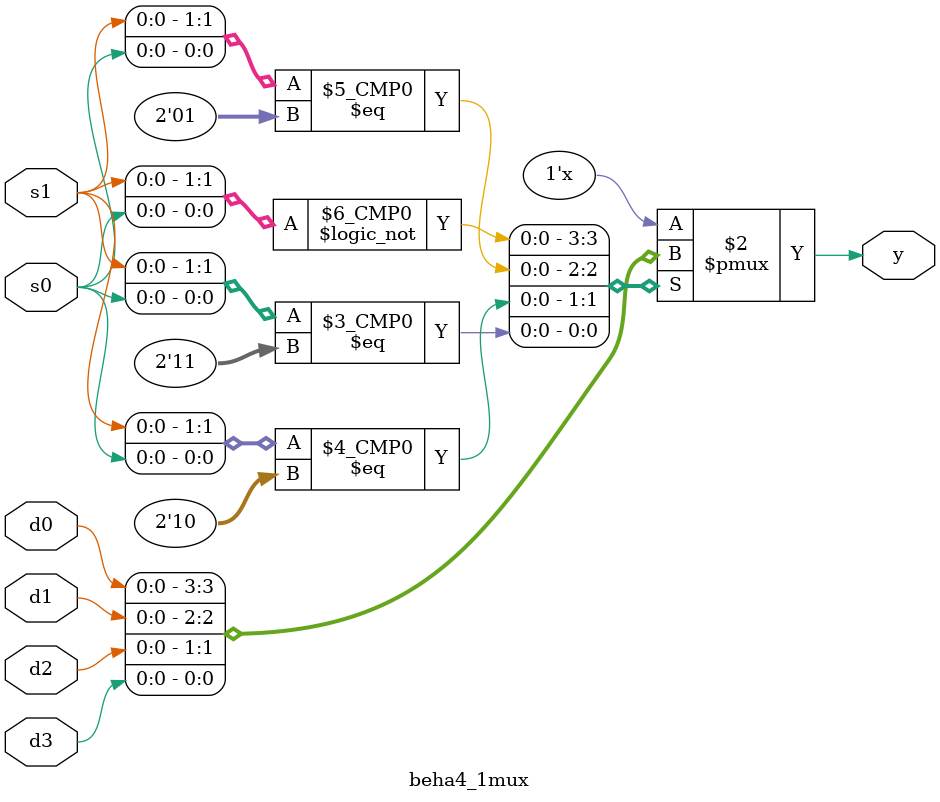
<source format=v>
module beha4_1mux(s0,s1,d0,d1,d2,d3,y);
input d0,d1,d2,d3;
input s0,s1;
output reg y;
always@(*)
begin
case({s1,s0})
2'b00:y=d0;
2'b01:y=d1;
2'b10:y=d2;
2'b11:y=d3;
endcase
end 
endmodule

</source>
